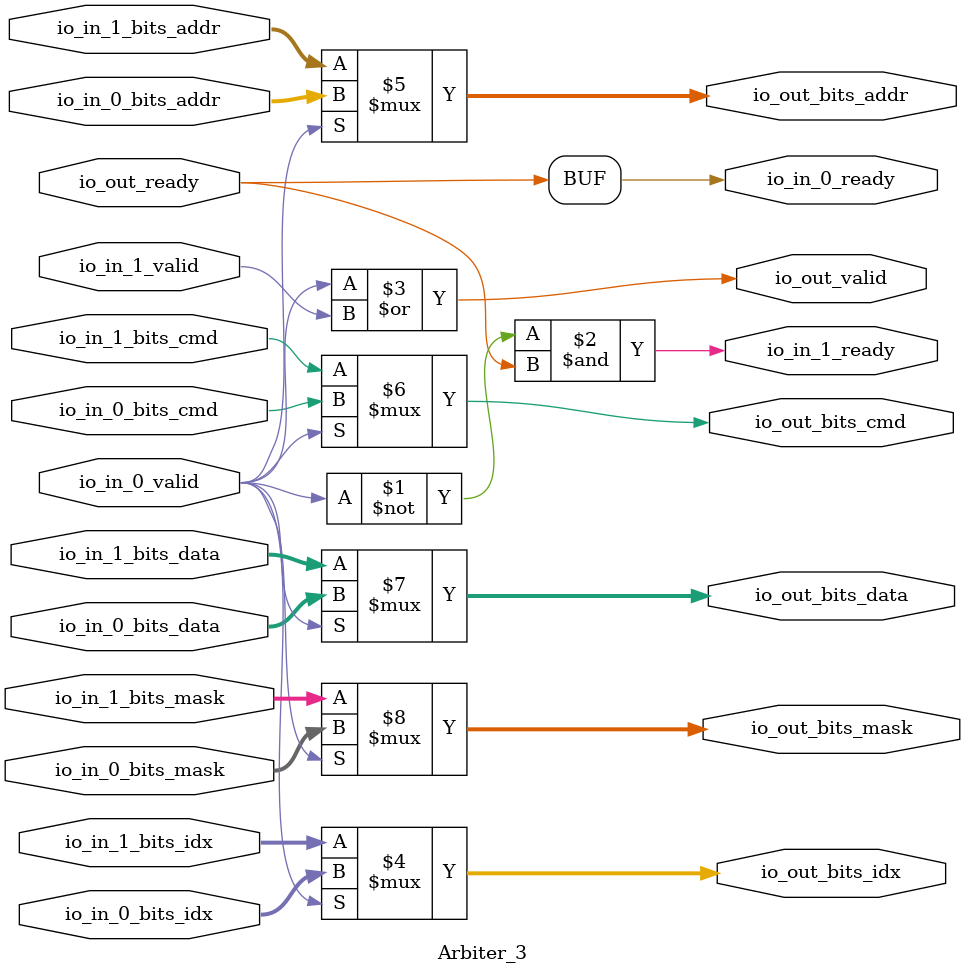
<source format=sv>
`ifndef RANDOMIZE
  `ifdef RANDOMIZE_REG_INIT
    `define RANDOMIZE
  `endif // RANDOMIZE_REG_INIT
`endif // not def RANDOMIZE
`ifndef RANDOMIZE
  `ifdef RANDOMIZE_MEM_INIT
    `define RANDOMIZE
  `endif // RANDOMIZE_MEM_INIT
`endif // not def RANDOMIZE

`ifndef RANDOM
  `define RANDOM $random
`endif // not def RANDOM

// Users can define 'PRINTF_COND' to add an extra gate to prints.
`ifndef PRINTF_COND_
  `ifdef PRINTF_COND
    `define PRINTF_COND_ (`PRINTF_COND)
  `else  // PRINTF_COND
    `define PRINTF_COND_ 1
  `endif // PRINTF_COND
`endif // not def PRINTF_COND_

// Users can define 'ASSERT_VERBOSE_COND' to add an extra gate to assert error printing.
`ifndef ASSERT_VERBOSE_COND_
  `ifdef ASSERT_VERBOSE_COND
    `define ASSERT_VERBOSE_COND_ (`ASSERT_VERBOSE_COND)
  `else  // ASSERT_VERBOSE_COND
    `define ASSERT_VERBOSE_COND_ 1
  `endif // ASSERT_VERBOSE_COND
`endif // not def ASSERT_VERBOSE_COND_

// Users can define 'STOP_COND' to add an extra gate to stop conditions.
`ifndef STOP_COND_
  `ifdef STOP_COND
    `define STOP_COND_ (`STOP_COND)
  `else  // STOP_COND
    `define STOP_COND_ 1
  `endif // STOP_COND
`endif // not def STOP_COND_

// Users can define INIT_RANDOM as general code that gets injected into the
// initializer block for modules with registers.
`ifndef INIT_RANDOM
  `define INIT_RANDOM
`endif // not def INIT_RANDOM

// If using random initialization, you can also define RANDOMIZE_DELAY to
// customize the delay used, otherwise 0.002 is used.
`ifndef RANDOMIZE_DELAY
  `define RANDOMIZE_DELAY 0.002
`endif // not def RANDOMIZE_DELAY

// Define INIT_RANDOM_PROLOG_ for use in our modules below.
`ifndef INIT_RANDOM_PROLOG_
  `ifdef RANDOMIZE
    `ifdef VERILATOR
      `define INIT_RANDOM_PROLOG_ `INIT_RANDOM
    `else  // VERILATOR
      `define INIT_RANDOM_PROLOG_ `INIT_RANDOM #`RANDOMIZE_DELAY begin end
    `endif // VERILATOR
  `else  // RANDOMIZE
    `define INIT_RANDOM_PROLOG_
  `endif // RANDOMIZE
`endif // not def INIT_RANDOM_PROLOG_

module Arbiter_3(
  input         io_in_0_valid,
  input  [4:0]  io_in_0_bits_idx,
  input  [63:0] io_in_0_bits_addr,
  input         io_in_0_bits_cmd,
  input  [63:0] io_in_0_bits_data,
  input  [7:0]  io_in_0_bits_mask,
  input         io_in_1_valid,
  input  [4:0]  io_in_1_bits_idx,
  input  [63:0] io_in_1_bits_addr,
  input         io_in_1_bits_cmd,
  input  [63:0] io_in_1_bits_data,
  input  [7:0]  io_in_1_bits_mask,
  input         io_out_ready,
  output        io_in_0_ready,
                io_in_1_ready,
                io_out_valid,
  output [4:0]  io_out_bits_idx,
  output [63:0] io_out_bits_addr,
  output        io_out_bits_cmd,
  output [63:0] io_out_bits_data,
  output [7:0]  io_out_bits_mask
);

  assign io_in_0_ready = io_out_ready;
  assign io_in_1_ready = ~io_in_0_valid & io_out_ready;	// @[Arbiter.scala:45:78, :146:19]
  assign io_out_valid = io_in_0_valid | io_in_1_valid;	// @[Arbiter.scala:147:31]
  assign io_out_bits_idx = io_in_0_valid ? io_in_0_bits_idx : io_in_1_bits_idx;	// @[Arbiter.scala:136:15, :138:26, :140:19]
  assign io_out_bits_addr = io_in_0_valid ? io_in_0_bits_addr : io_in_1_bits_addr;	// @[Arbiter.scala:136:15, :138:26, :140:19]
  assign io_out_bits_cmd = io_in_0_valid ? io_in_0_bits_cmd : io_in_1_bits_cmd;	// @[Arbiter.scala:136:15, :138:26, :140:19]
  assign io_out_bits_data = io_in_0_valid ? io_in_0_bits_data : io_in_1_bits_data;	// @[Arbiter.scala:136:15, :138:26, :140:19]
  assign io_out_bits_mask = io_in_0_valid ? io_in_0_bits_mask : io_in_1_bits_mask;	// @[Arbiter.scala:136:15, :138:26, :140:19]
endmodule


</source>
